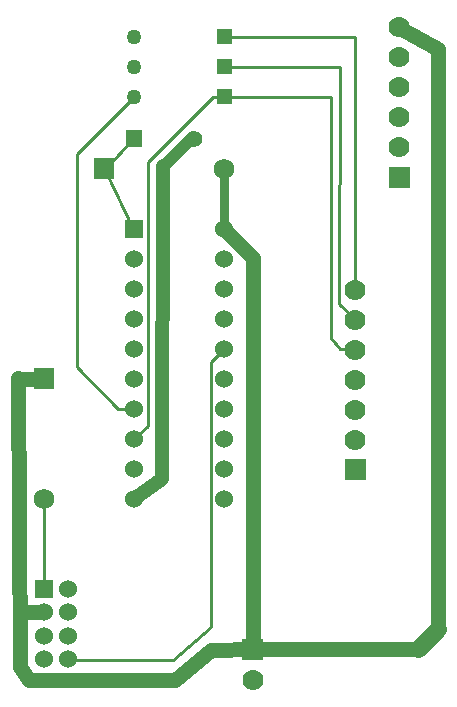
<source format=gbl>
G04 start of page 7 for group 5 idx 5 *
G04 Title: (unknown), bottom *
G04 Creator: pcb 20110918 *
G04 CreationDate: Sun 11 May 2014 08:57:41 GMT UTC *
G04 For: ksarkies *
G04 Format: Gerber/RS-274X *
G04 PCB-Dimensions: 157480 255906 *
G04 PCB-Coordinate-Origin: lower left *
%MOIN*%
%FSLAX25Y25*%
%LNBOTTOM*%
%ADD80C,0.0394*%
%ADD79C,0.0280*%
%ADD78C,0.0380*%
%ADD77C,0.0200*%
%ADD76C,0.0700*%
%ADD75C,0.0680*%
%ADD74C,0.0600*%
%ADD73C,0.0001*%
%ADD72C,0.0400*%
%ADD71C,0.0450*%
%ADD70C,0.0300*%
%ADD69C,0.0550*%
%ADD68C,0.0500*%
%ADD67C,0.0100*%
G54D67*X44803Y83229D03*
X14803D02*Y53229D01*
G54D68*X15029Y45281D02*X6703Y45393D01*
X6696Y27129D02*X9703Y22629D01*
X58403Y22729D01*
G54D67*X57755Y29477D02*X23107D01*
G54D68*X58403Y22729D02*X70603Y32652D01*
X84803Y33229D02*X139423D01*
G54D69*X146100Y39906D01*
G54D67*X57703Y29429D02*X70303Y40307D01*
X84603Y33029D02*X84803Y33229D01*
G54D68*X6253Y123402D02*X6801Y27449D01*
G54D70*X74803Y193229D02*Y173229D01*
G54D67*X49303Y195479D02*X49403Y107429D01*
X74803Y173229D03*
G54D68*X84453Y163579D01*
G54D67*X70303Y128729D02*X74803Y133229D01*
G54D71*X54402Y194028D02*X54203Y89729D01*
G54D67*X35103Y192829D02*X44903Y172429D01*
X71053Y217229D02*X74803D01*
X113403Y227229D02*X74803D01*
X118403Y237229D02*X74803D01*
X110403Y217229D02*X74803D01*
X71053D02*X49303Y195479D01*
X65203Y203829D02*X64728D01*
X65203D02*X64528D01*
G54D72*X54405Y193706D01*
G54D67*X44903Y203429D02*X35103Y193029D01*
X118403Y133229D03*
Y143229D02*X113203Y148029D01*
X113403Y227229D01*
X118403Y133229D02*X113403D01*
X110403Y217229D02*Y136829D01*
X118403Y153229D02*Y237229D01*
X113403Y133229D02*X110403Y136829D01*
G54D71*X44803Y83229D02*X54203Y89729D01*
G54D67*D03*
X44803Y227229D03*
G54D68*X70603Y32652D02*X84603Y33029D01*
X84453Y32879D02*Y163579D01*
X146100Y39906D02*Y233086D01*
X132913Y240573D01*
G54D67*X133790Y239696D01*
X70303Y128729D02*Y40307D01*
X44803Y123229D03*
X49403Y107429D02*X44803Y103229D01*
G54D68*X14803Y123229D02*X6832D01*
G54D67*X6532Y122929D01*
X44803Y113229D02*X39577D01*
X25800Y127006D01*
Y198226D01*
X44803Y217229D02*X25800Y198226D01*
G54D73*G36*
X72303Y219729D02*Y214729D01*
X77303D01*
Y219729D01*
X72303D01*
G37*
G36*
Y229729D02*Y224729D01*
X77303D01*
Y229729D01*
X72303D01*
G37*
G36*
Y239729D02*Y234729D01*
X77303D01*
Y239729D01*
X72303D01*
G37*
G54D69*X64803Y203229D03*
G54D68*X44803Y217229D03*
Y227229D03*
Y237229D03*
G54D73*G36*
X42053Y205979D02*Y200479D01*
X47553D01*
Y205979D01*
X42053D01*
G37*
G36*
X31403Y196629D02*Y189829D01*
X38203D01*
Y196629D01*
X31403D01*
G37*
G36*
X41803Y176229D02*Y170229D01*
X47803D01*
Y176229D01*
X41803D01*
G37*
G54D74*X44803Y163229D03*
Y153229D03*
Y143229D03*
X74803D03*
Y153229D03*
Y163229D03*
Y173229D03*
G54D75*Y193229D03*
G54D74*X14803Y37481D03*
X22677D03*
X14803Y29607D03*
X22677D03*
G54D73*G36*
X11803Y56229D02*Y50229D01*
X17803D01*
Y56229D01*
X11803D01*
G37*
G54D74*X22677Y53229D03*
X14803Y45355D03*
X22677D03*
G54D75*X14803Y83229D03*
G54D73*G36*
X80953Y36379D02*Y29379D01*
X87953D01*
Y36379D01*
X80953D01*
G37*
G54D76*X84453Y22879D03*
G54D73*G36*
X11403Y126629D02*Y119829D01*
X18203D01*
Y126629D01*
X11403D01*
G37*
G54D74*X44803Y133229D03*
Y123229D03*
Y113229D03*
Y103229D03*
Y93229D03*
Y83229D03*
X74803D03*
Y93229D03*
Y103229D03*
Y113229D03*
Y123229D03*
Y133229D03*
G54D73*G36*
X115100Y96406D02*Y89406D01*
X122100D01*
Y96406D01*
X115100D01*
G37*
G54D76*X118600Y102906D03*
Y112906D03*
Y122906D03*
Y132906D03*
Y142906D03*
Y152906D03*
G54D73*G36*
X129700Y193786D02*Y186786D01*
X136700D01*
Y193786D01*
X129700D01*
G37*
G54D76*X133200Y200286D03*
Y210286D03*
Y220286D03*
Y230286D03*
Y240286D03*
G54D77*G54D70*G54D77*G54D70*G54D78*G54D79*G54D78*G54D80*G54D78*G54D79*G54D78*G54D79*M02*

</source>
